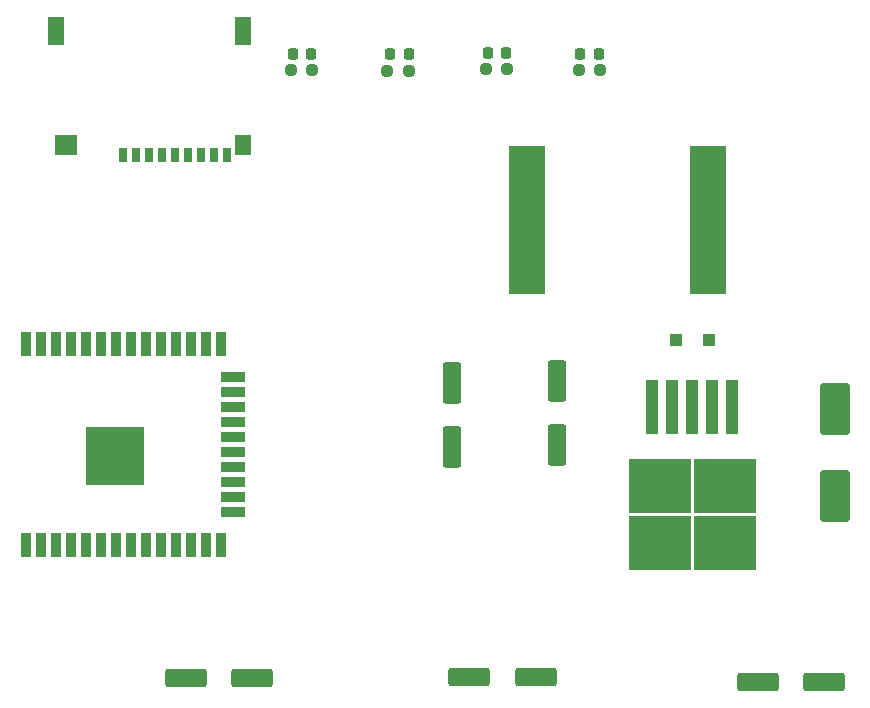
<source format=gbr>
%TF.GenerationSoftware,KiCad,Pcbnew,9.0.0*%
%TF.CreationDate,2025-04-21T14:47:56+01:00*%
%TF.ProjectId,ESP32_Cnc_Shield,45535033-325f-4436-9e63-5f536869656c,rev?*%
%TF.SameCoordinates,Original*%
%TF.FileFunction,Paste,Top*%
%TF.FilePolarity,Positive*%
%FSLAX46Y46*%
G04 Gerber Fmt 4.6, Leading zero omitted, Abs format (unit mm)*
G04 Created by KiCad (PCBNEW 9.0.0) date 2025-04-21 14:47:56*
%MOMM*%
%LPD*%
G01*
G04 APERTURE LIST*
G04 Aperture macros list*
%AMRoundRect*
0 Rectangle with rounded corners*
0 $1 Rounding radius*
0 $2 $3 $4 $5 $6 $7 $8 $9 X,Y pos of 4 corners*
0 Add a 4 corners polygon primitive as box body*
4,1,4,$2,$3,$4,$5,$6,$7,$8,$9,$2,$3,0*
0 Add four circle primitives for the rounded corners*
1,1,$1+$1,$2,$3*
1,1,$1+$1,$4,$5*
1,1,$1+$1,$6,$7*
1,1,$1+$1,$8,$9*
0 Add four rect primitives between the rounded corners*
20,1,$1+$1,$2,$3,$4,$5,0*
20,1,$1+$1,$4,$5,$6,$7,0*
20,1,$1+$1,$6,$7,$8,$9,0*
20,1,$1+$1,$8,$9,$2,$3,0*%
G04 Aperture macros list end*
%ADD10RoundRect,0.250000X1.500000X0.550000X-1.500000X0.550000X-1.500000X-0.550000X1.500000X-0.550000X0*%
%ADD11RoundRect,0.250000X-0.550000X1.500000X-0.550000X-1.500000X0.550000X-1.500000X0.550000X1.500000X0*%
%ADD12R,0.900000X2.000000*%
%ADD13R,2.000000X0.900000*%
%ADD14R,5.000000X5.000000*%
%ADD15R,0.700000X1.300000*%
%ADD16R,1.447800X1.651000*%
%ADD17R,1.447800X2.438400*%
%ADD18R,1.854200X1.651000*%
%ADD19RoundRect,0.237500X-0.250000X-0.237500X0.250000X-0.237500X0.250000X0.237500X-0.250000X0.237500X0*%
%ADD20R,5.250000X4.550000*%
%ADD21R,1.100000X4.600000*%
%ADD22RoundRect,0.250000X-1.000000X1.950000X-1.000000X-1.950000X1.000000X-1.950000X1.000000X1.950000X0*%
%ADD23R,3.150000X12.500000*%
%ADD24RoundRect,0.225000X0.225000X0.250000X-0.225000X0.250000X-0.225000X-0.250000X0.225000X-0.250000X0*%
%ADD25R,1.100000X1.100000*%
G04 APERTURE END LIST*
D10*
%TO.C,C6*%
X119600000Y-134370000D03*
X114000000Y-134370000D03*
%TD*%
D11*
%TO.C,C2*%
X97050000Y-108890000D03*
X97050000Y-114290000D03*
%TD*%
D10*
%TO.C,C4*%
X71200000Y-134020000D03*
X65600000Y-134020000D03*
%TD*%
D12*
%TO.C,U1*%
X52070000Y-122800000D03*
X53340000Y-122800000D03*
X54610000Y-122800000D03*
X55880000Y-122800000D03*
X57150000Y-122800000D03*
X58420000Y-122800000D03*
X59690000Y-122800000D03*
X60960000Y-122800000D03*
X62230000Y-122800000D03*
X63500000Y-122800000D03*
X64770000Y-122800000D03*
X66040000Y-122800000D03*
X67310000Y-122800000D03*
X68580000Y-122800000D03*
D13*
X69580000Y-120015000D03*
X69580000Y-118745000D03*
X69580000Y-117475000D03*
X69580000Y-116205000D03*
X69580000Y-114935000D03*
X69580000Y-113665000D03*
X69580000Y-112395000D03*
X69580000Y-111125000D03*
X69580000Y-109855000D03*
X69580000Y-108585000D03*
D12*
X68580000Y-105800000D03*
X67310000Y-105800000D03*
X66040000Y-105800000D03*
X64770000Y-105800000D03*
X63500000Y-105800000D03*
X62230000Y-105800000D03*
X60960000Y-105800000D03*
X59690000Y-105800000D03*
X58420000Y-105800000D03*
X57150000Y-105800000D03*
X55880000Y-105800000D03*
X54610000Y-105800000D03*
X53340000Y-105800000D03*
X52070000Y-105800000D03*
D14*
X59570000Y-115300000D03*
%TD*%
D15*
%TO.C,MICRO_SD1*%
X60250200Y-89743800D03*
X61350200Y-89743800D03*
X62450200Y-89743800D03*
X63550200Y-89743800D03*
X64650200Y-89743800D03*
X65750200Y-89743800D03*
X66850200Y-89743800D03*
X67950200Y-89743800D03*
X69050200Y-89743800D03*
D16*
X70468600Y-88970000D03*
D17*
X70468600Y-79270000D03*
X54643800Y-79270000D03*
D18*
X55418800Y-88970000D03*
%TD*%
D19*
%TO.C,R11*%
X91000000Y-82480000D03*
X92825000Y-82480000D03*
%TD*%
D20*
%TO.C,U2*%
X111255000Y-117800000D03*
X105705000Y-117800000D03*
X111255000Y-122650000D03*
X105705000Y-122650000D03*
D21*
X111880000Y-111075000D03*
X110180000Y-111075000D03*
X108480000Y-111075000D03*
X106780000Y-111075000D03*
X105080000Y-111075000D03*
%TD*%
D19*
%TO.C,R13*%
X74487500Y-82620000D03*
X76312500Y-82620000D03*
%TD*%
D10*
%TO.C,C5*%
X95210000Y-133980000D03*
X89610000Y-133980000D03*
%TD*%
D22*
%TO.C,C1*%
X120545000Y-111245000D03*
X120545000Y-118645000D03*
%TD*%
D23*
%TO.C,L1*%
X109805000Y-95260000D03*
X94455000Y-95260000D03*
%TD*%
D24*
%TO.C,C7*%
X84462500Y-81210000D03*
X82912500Y-81210000D03*
%TD*%
D11*
%TO.C,C3*%
X88160000Y-109070000D03*
X88160000Y-114470000D03*
%TD*%
D24*
%TO.C,C9*%
X100552500Y-81230000D03*
X99002500Y-81230000D03*
%TD*%
%TO.C,C10*%
X76207500Y-81200000D03*
X74657500Y-81200000D03*
%TD*%
D19*
%TO.C,R10*%
X82667500Y-82650000D03*
X84492500Y-82650000D03*
%TD*%
D24*
%TO.C,C8*%
X92705000Y-81170000D03*
X91155000Y-81170000D03*
%TD*%
D25*
%TO.C,D1*%
X109880000Y-105420000D03*
X107080000Y-105420000D03*
%TD*%
D19*
%TO.C,R12*%
X98877500Y-82610000D03*
X100702500Y-82610000D03*
%TD*%
M02*

</source>
